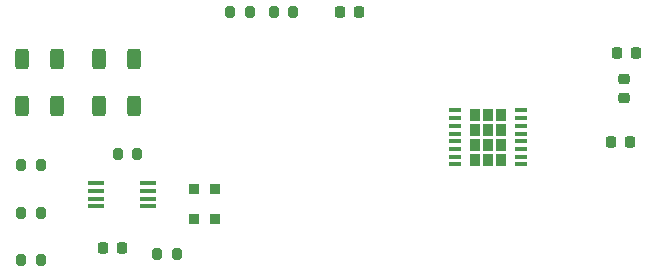
<source format=gbr>
%TF.GenerationSoftware,KiCad,Pcbnew,8.0.1*%
%TF.CreationDate,2024-03-24T16:32:44+02:00*%
%TF.ProjectId,88_Project,38385f50-726f-46a6-9563-742e6b696361,5*%
%TF.SameCoordinates,Original*%
%TF.FileFunction,Paste,Top*%
%TF.FilePolarity,Positive*%
%FSLAX46Y46*%
G04 Gerber Fmt 4.6, Leading zero omitted, Abs format (unit mm)*
G04 Created by KiCad (PCBNEW 8.0.1) date 2024-03-24 16:32:44*
%MOMM*%
%LPD*%
G01*
G04 APERTURE LIST*
G04 Aperture macros list*
%AMRoundRect*
0 Rectangle with rounded corners*
0 $1 Rounding radius*
0 $2 $3 $4 $5 $6 $7 $8 $9 X,Y pos of 4 corners*
0 Add a 4 corners polygon primitive as box body*
4,1,4,$2,$3,$4,$5,$6,$7,$8,$9,$2,$3,0*
0 Add four circle primitives for the rounded corners*
1,1,$1+$1,$2,$3*
1,1,$1+$1,$4,$5*
1,1,$1+$1,$6,$7*
1,1,$1+$1,$8,$9*
0 Add four rect primitives between the rounded corners*
20,1,$1+$1,$2,$3,$4,$5,0*
20,1,$1+$1,$4,$5,$6,$7,0*
20,1,$1+$1,$6,$7,$8,$9,0*
20,1,$1+$1,$8,$9,$2,$3,0*%
G04 Aperture macros list end*
%ADD10R,0.854800X0.862800*%
%ADD11R,1.327899X0.431000*%
%ADD12RoundRect,0.200000X-0.200000X-0.275000X0.200000X-0.275000X0.200000X0.275000X-0.200000X0.275000X0*%
%ADD13RoundRect,0.250000X-0.312500X-0.625000X0.312500X-0.625000X0.312500X0.625000X-0.312500X0.625000X0*%
%ADD14RoundRect,0.225000X-0.225000X-0.250000X0.225000X-0.250000X0.225000X0.250000X-0.225000X0.250000X0*%
%ADD15RoundRect,0.225000X0.225000X0.250000X-0.225000X0.250000X-0.225000X-0.250000X0.225000X-0.250000X0*%
%ADD16RoundRect,0.225000X-0.250000X0.225000X-0.250000X-0.225000X0.250000X-0.225000X0.250000X0.225000X0*%
%ADD17RoundRect,0.200000X0.200000X0.275000X-0.200000X0.275000X-0.200000X-0.275000X0.200000X-0.275000X0*%
%ADD18R,0.880000X1.050000*%
%ADD19R,1.050000X0.450000*%
G04 APERTURE END LIST*
D10*
%TO.C,LED1*%
X56077300Y-126500000D03*
X57922700Y-126500000D03*
%TD*%
%TO.C,LED2*%
X56077300Y-124000000D03*
X57922700Y-124000000D03*
%TD*%
D11*
%TO.C,U1*%
X47786652Y-123525001D03*
X47786652Y-124174999D03*
X47786652Y-124825001D03*
X47786652Y-125474999D03*
X52213348Y-125474999D03*
X52213348Y-124825001D03*
X52213348Y-124174999D03*
X52213348Y-123525001D03*
%TD*%
D12*
%TO.C,R4*%
X41500000Y-122000000D03*
X43150000Y-122000000D03*
%TD*%
D13*
%TO.C,R3*%
X48075000Y-113000000D03*
X51000000Y-113000000D03*
%TD*%
D12*
%TO.C,R6*%
X53000000Y-129500000D03*
X54650000Y-129500000D03*
%TD*%
D13*
%TO.C,R9*%
X41575000Y-117000000D03*
X44500000Y-117000000D03*
%TD*%
D14*
%TO.C,C1*%
X68500000Y-109000000D03*
X70050000Y-109000000D03*
%TD*%
D15*
%TO.C,C4*%
X93000000Y-120000000D03*
X91450000Y-120000000D03*
%TD*%
%TO.C,C2*%
X50000000Y-129000000D03*
X48450000Y-129000000D03*
%TD*%
D16*
%TO.C,C5*%
X92500000Y-114725000D03*
X92500000Y-116275000D03*
%TD*%
D14*
%TO.C,C3*%
X91950000Y-112500000D03*
X93500000Y-112500000D03*
%TD*%
D12*
%TO.C,R2*%
X62850000Y-109000000D03*
X64500000Y-109000000D03*
%TD*%
%TO.C,R10*%
X41500000Y-126000000D03*
X43150000Y-126000000D03*
%TD*%
%TO.C,R7*%
X49675000Y-121000000D03*
X51325000Y-121000000D03*
%TD*%
%TO.C,R11*%
X41500000Y-130000000D03*
X43150000Y-130000000D03*
%TD*%
D17*
%TO.C,R1*%
X60825000Y-109000000D03*
X59175000Y-109000000D03*
%TD*%
D18*
%TO.C,U2*%
X79866600Y-117750000D03*
X79866600Y-119000000D03*
X79866600Y-120250000D03*
X79866600Y-121500000D03*
X81000000Y-117750000D03*
X81000000Y-119000000D03*
X81000000Y-120250000D03*
X81000000Y-121500000D03*
X82133400Y-117750000D03*
X82133400Y-119000000D03*
X82133400Y-120250000D03*
X82133400Y-121500000D03*
D19*
X78225000Y-117350000D03*
X78225000Y-118000000D03*
X78225000Y-118650000D03*
X78225000Y-119300000D03*
X78225000Y-119950000D03*
X78225000Y-120600000D03*
X78225000Y-121250000D03*
X78225000Y-121900000D03*
X83775000Y-121900000D03*
X83775000Y-121250000D03*
X83775000Y-120600000D03*
X83775000Y-119950000D03*
X83775000Y-119300000D03*
X83775000Y-118650000D03*
X83775000Y-118000000D03*
X83775000Y-117350000D03*
%TD*%
D13*
%TO.C,R8*%
X41575000Y-113000000D03*
X44500000Y-113000000D03*
%TD*%
%TO.C,R5*%
X48075000Y-117000000D03*
X51000000Y-117000000D03*
%TD*%
M02*

</source>
